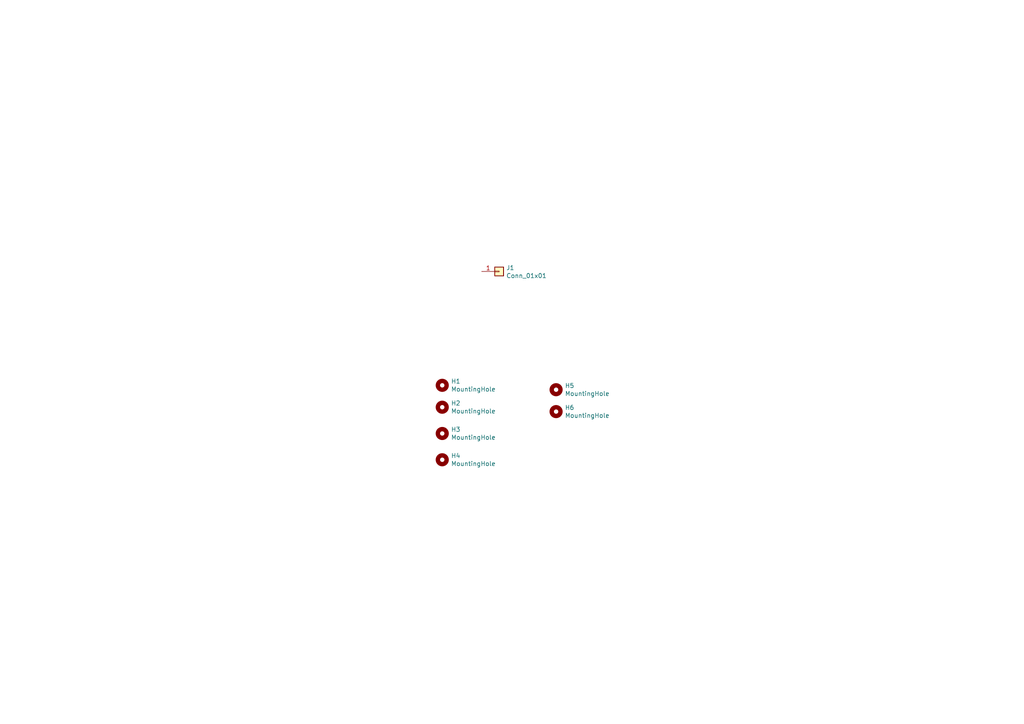
<source format=kicad_sch>
(kicad_sch (version 20211123) (generator eeschema)
  (paper "A4")
  (lib_symbols
    (symbol "Connector_Generic:Conn_01x01" (pin_names (offset 1.016) hide)
      (property "Reference" "J" (at 0 2.54 0))
      (property "Value" "Conn_01x01" (at 0 -2.54 0))
      (symbol "Conn_01x01_1_1"
        (rectangle (start -1.27 0.127) (end 0 -0.127) (stroke (width 0.1524)))
        (rectangle (start -1.27 1.27) (end 1.27 -1.27) (stroke (width 0.254)) (fill (type background)))
        (pin passive line (at -5.08 0 0) (length 3.81) (name "Pin_1") (number "1"))
      )
    )
    (symbol "Mechanical:MountingHole" (pin_names (offset 1.016))
      (property "Reference" "H" (at 0 5.08 0))
      (property "Value" "MountingHole" (at 0 3.175 0))
      (symbol "MountingHole_0_1"
        (circle (center 0 0) (radius 1.27) (stroke (width 1.27)))
      )
    )
  )
  (symbol (lib_id "Connector_Generic:Conn_01x01") (at 144.78 78.74 0) (unit 1)
    (property "Reference" "J1" (at 146.812 77.6732 0) (effects (justify left)))
    (property "Value" "Conn_01x01" (at 146.812 79.9846 0) (effects (justify left)))
    (property "Footprint" "cover_50x50:Header1_RA" (effects hide))
  )
  (symbol (lib_id "Mechanical:MountingHole") (at 128.27 111.76 0) (unit 1)
    (property "Reference" "H1" (at 130.81 110.5916 0) (effects (justify left)))
    (property "Value" "MountingHole" (at 130.81 112.903 0) (effects (justify left)))
    (property "Footprint" "MountingHole:MountingHole_2.5mm" (effects hide))
  )
  (symbol (lib_id "Mechanical:MountingHole") (at 128.27 118.11 0) (unit 1)
    (property "Reference" "H2" (at 130.81 116.9416 0) (effects (justify left)))
    (property "Value" "MountingHole" (at 130.81 119.253 0) (effects (justify left)))
    (property "Footprint" "MountingHole:MountingHole_2.5mm" (effects hide))
  )
  (symbol (lib_id "Mechanical:MountingHole") (at 128.27 125.73 0) (unit 1)
    (property "Reference" "H3" (at 130.81 124.5616 0) (effects (justify left)))
    (property "Value" "MountingHole" (at 130.81 126.873 0) (effects (justify left)))
    (property "Footprint" "MountingHole:MountingHole_2.5mm" (effects hide))
  )
  (symbol (lib_id "Mechanical:MountingHole") (at 128.27 133.35 0) (unit 1)
    (property "Reference" "H4" (at 130.81 132.1816 0) (effects (justify left)))
    (property "Value" "MountingHole" (at 130.81 134.493 0) (effects (justify left)))
    (property "Footprint" "MountingHole:MountingHole_2.5mm" (effects hide))
  )
  (symbol (lib_id "Mechanical:MountingHole") (at 161.29 113.03 0) (unit 1)
    (property "Reference" "H5" (at 163.83 111.8616 0) (effects (justify left)))
    (property "Value" "MountingHole" (at 163.83 114.173 0) (effects (justify left)))
    (property "Footprint" "MountingHole:MountingHole_3.5mm" (effects hide))
  )
  (symbol (lib_id "Mechanical:MountingHole") (at 161.29 119.38 0) (unit 1)
    (property "Reference" "H6" (at 163.83 118.2116 0) (effects (justify left)))
    (property "Value" "MountingHole" (at 163.83 120.523 0) (effects (justify left)))
    (property "Footprint" "MountingHole:MountingHole_3.5mm" (effects hide))
  )
)
</source>
